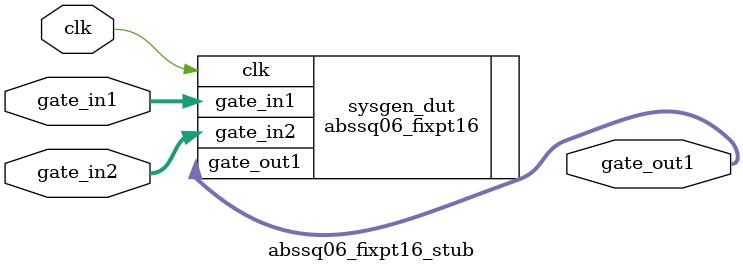
<source format=v>
`timescale 1 ns / 10 ps
module abssq06_fixpt16_stub (
  input [16-1:0] gate_in1,
  input [16-1:0] gate_in2,
  input clk,
  output [16-1:0] gate_out1
);
  abssq06_fixpt16 sysgen_dut (
    .gate_in1(gate_in1),
    .gate_in2(gate_in2),
    .clk(clk),
    .gate_out1(gate_out1)
  );
endmodule

</source>
